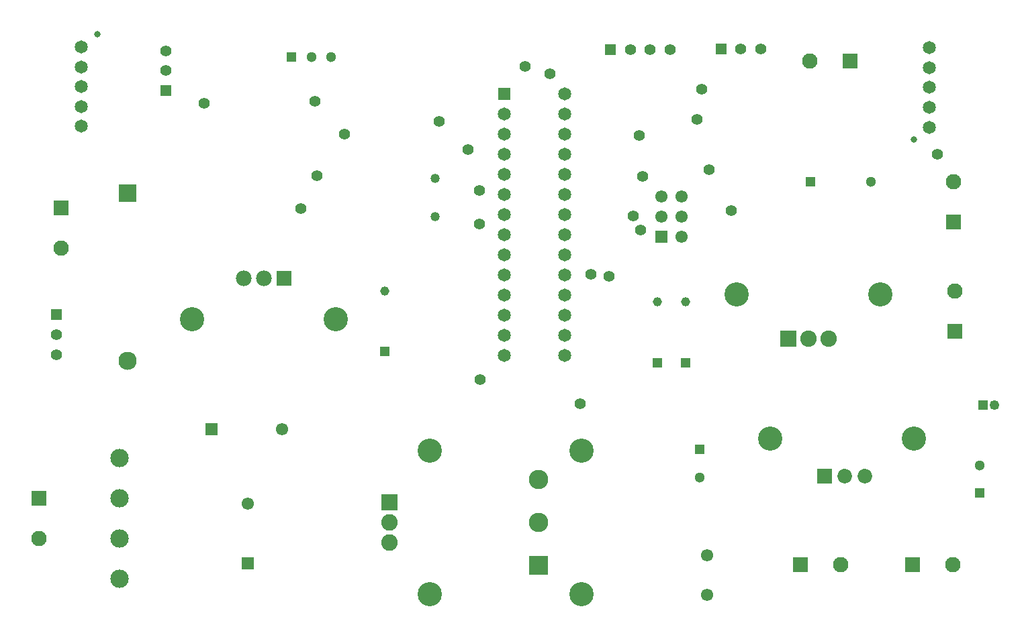
<source format=gbs>
G04*
G04 #@! TF.GenerationSoftware,Altium Limited,Altium Designer,24.1.2 (44)*
G04*
G04 Layer_Color=16711935*
%FSLAX44Y44*%
%MOMM*%
G71*
G04*
G04 #@! TF.SameCoordinates,48E260C1-2FA9-4A74-8A97-B6B365FA718B*
G04*
G04*
G04 #@! TF.FilePolarity,Negative*
G04*
G01*
G75*
%ADD33C,0.1500*%
%ADD34C,1.4000*%
%ADD35R,1.4000X1.4000*%
%ADD36C,1.6500*%
%ADD37C,0.8000*%
%ADD38R,1.6500X1.6500*%
%ADD39C,1.3000*%
%ADD40R,1.3000X1.3000*%
%ADD41C,3.0500*%
%ADD42C,1.1500*%
%ADD43R,1.1500X1.1500*%
%ADD44C,1.1800*%
%ADD45C,2.3000*%
%ADD46R,2.3000X2.3000*%
%ADD47R,1.9650X1.9650*%
%ADD48C,1.9650*%
%ADD49R,1.3000X1.3000*%
%ADD50C,2.3250*%
%ADD51R,1.9500X1.9500*%
%ADD52C,1.9500*%
%ADD53R,1.9500X1.9500*%
%ADD54R,1.5500X1.5500*%
%ADD55C,1.5500*%
%ADD56R,1.2500X1.2500*%
%ADD57C,1.2500*%
%ADD58C,1.5500*%
%ADD59C,2.4500*%
%ADD60R,2.4500X2.4500*%
%ADD61R,1.4000X1.4000*%
%ADD62R,2.0850X2.0850*%
%ADD63C,2.0850*%
%ADD64C,1.8500*%
%ADD65R,1.8500X1.8500*%
%ADD66R,1.5500X1.5500*%
%ADD67R,2.0700X2.0700*%
%ADD68C,2.0700*%
%ADD69C,1.4200*%
D33*
X1253456Y31750D02*
D03*
X31750Y38100D02*
D03*
Y773430D02*
D03*
X1253456Y770890D02*
D03*
D34*
X71120Y345440D02*
D03*
Y370440D02*
D03*
X209550Y703980D02*
D03*
Y728980D02*
D03*
X795220Y730420D02*
D03*
X820220D02*
D03*
X845220D02*
D03*
X959320Y731520D02*
D03*
X934320D02*
D03*
D35*
X71120Y395440D02*
D03*
X209550Y678980D02*
D03*
D36*
X1172210Y632460D02*
D03*
Y657460D02*
D03*
Y682460D02*
D03*
Y707460D02*
D03*
Y732460D02*
D03*
X636270Y648970D02*
D03*
Y623570D02*
D03*
Y598170D02*
D03*
Y572770D02*
D03*
Y547370D02*
D03*
Y521970D02*
D03*
Y496570D02*
D03*
Y471170D02*
D03*
Y445770D02*
D03*
Y420370D02*
D03*
Y394970D02*
D03*
Y369570D02*
D03*
Y344170D02*
D03*
X712470Y674370D02*
D03*
Y648970D02*
D03*
Y623570D02*
D03*
Y598170D02*
D03*
Y572770D02*
D03*
Y547370D02*
D03*
Y521970D02*
D03*
Y496570D02*
D03*
Y471170D02*
D03*
Y445770D02*
D03*
Y420370D02*
D03*
Y394970D02*
D03*
Y369570D02*
D03*
Y344170D02*
D03*
X102870Y633660D02*
D03*
Y658660D02*
D03*
Y683660D02*
D03*
Y708660D02*
D03*
Y733660D02*
D03*
D37*
X1152210Y616460D02*
D03*
X122870Y749660D02*
D03*
D38*
X636270Y674370D02*
D03*
D39*
X882650Y190500D02*
D03*
X392830Y721360D02*
D03*
X417830D02*
D03*
X1235710Y205460D02*
D03*
X1098450Y563880D02*
D03*
D40*
X882650Y225500D02*
D03*
X1235710Y170460D02*
D03*
D41*
X733630Y223850D02*
D03*
Y42850D02*
D03*
X242240Y390320D02*
D03*
X423240D02*
D03*
X971220Y239600D02*
D03*
X1152220D02*
D03*
X1110310Y421210D02*
D03*
X929310D02*
D03*
X541860Y42850D02*
D03*
Y223850D02*
D03*
D42*
X485140Y425700D02*
D03*
X829310Y411730D02*
D03*
X864870D02*
D03*
D43*
X485140Y349000D02*
D03*
X829310Y335030D02*
D03*
X864870D02*
D03*
D44*
X548640Y567960D02*
D03*
Y519160D02*
D03*
D45*
X161290Y337650D02*
D03*
D46*
Y548810D02*
D03*
D47*
X358140Y441960D02*
D03*
D48*
X332740D02*
D03*
X307340D02*
D03*
D49*
X367830Y721360D02*
D03*
X1022450Y563880D02*
D03*
D50*
X151130Y215030D02*
D03*
Y164030D02*
D03*
Y113030D02*
D03*
Y62030D02*
D03*
D51*
X1071880Y716280D02*
D03*
X1150620Y80010D02*
D03*
X1009650D02*
D03*
D52*
X1021080Y716280D02*
D03*
X1203960Y425450D02*
D03*
X77470Y480060D02*
D03*
X1202690Y563880D02*
D03*
X1201420Y80010D02*
D03*
X1060450D02*
D03*
X49530Y113030D02*
D03*
D53*
X1203960Y374650D02*
D03*
X77470Y530860D02*
D03*
X1202690Y513080D02*
D03*
X49530Y163830D02*
D03*
D54*
X834390Y494030D02*
D03*
X312420Y81880D02*
D03*
D55*
X834390Y519430D02*
D03*
Y544830D02*
D03*
X859790Y494030D02*
D03*
Y519430D02*
D03*
Y544830D02*
D03*
X312420Y156880D02*
D03*
X355550Y251460D02*
D03*
D56*
X1239520Y281940D02*
D03*
D57*
X1254520D02*
D03*
D58*
X891540Y92310D02*
D03*
Y42310D02*
D03*
D59*
X679450Y187850D02*
D03*
Y133350D02*
D03*
D60*
Y78850D02*
D03*
D61*
X770220Y730420D02*
D03*
X909320Y731520D02*
D03*
D62*
X491490Y158750D02*
D03*
D63*
Y133350D02*
D03*
Y107950D02*
D03*
D64*
X1090930Y191770D02*
D03*
X1065530D02*
D03*
D65*
X1040130D02*
D03*
D66*
X266750Y251460D02*
D03*
D67*
X994410Y365760D02*
D03*
D68*
X1019810D02*
D03*
X1045210D02*
D03*
D69*
X806450Y622300D02*
D03*
X731520Y283210D02*
D03*
X605790Y313690D02*
D03*
X604520Y552450D02*
D03*
X379730Y529590D02*
D03*
X553720Y640080D02*
D03*
X400050Y571500D02*
D03*
X922020Y527050D02*
D03*
X745490Y447040D02*
D03*
X1182370Y598170D02*
D03*
X885190Y680720D02*
D03*
X894080Y579120D02*
D03*
X768350Y444500D02*
D03*
X807720Y502920D02*
D03*
X878840Y642620D02*
D03*
X810260Y570230D02*
D03*
X798830Y520700D02*
D03*
X662585Y709245D02*
D03*
X693420Y699770D02*
D03*
X604520Y510540D02*
D03*
X590550Y604520D02*
D03*
X397510Y665480D02*
D03*
X434340Y623570D02*
D03*
X257810Y662940D02*
D03*
M02*

</source>
